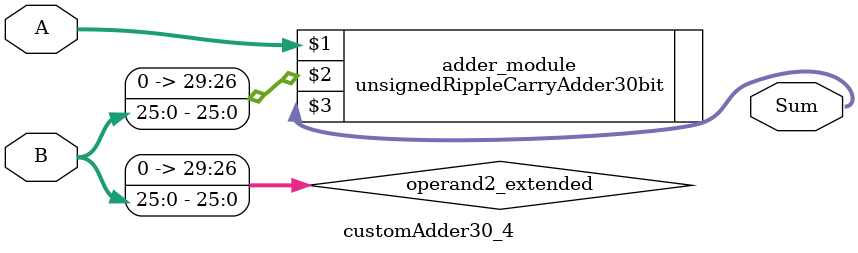
<source format=v>

module customAdder30_4(
                    input [29 : 0] A,
                    input [25 : 0] B,
                    
                    output [30 : 0] Sum
            );

    wire [29 : 0] operand2_extended;
    
    assign operand2_extended =  {4'b0, B};
    
    unsignedRippleCarryAdder30bit adder_module(
        A,
        operand2_extended,
        Sum
    );
    
endmodule
        
</source>
